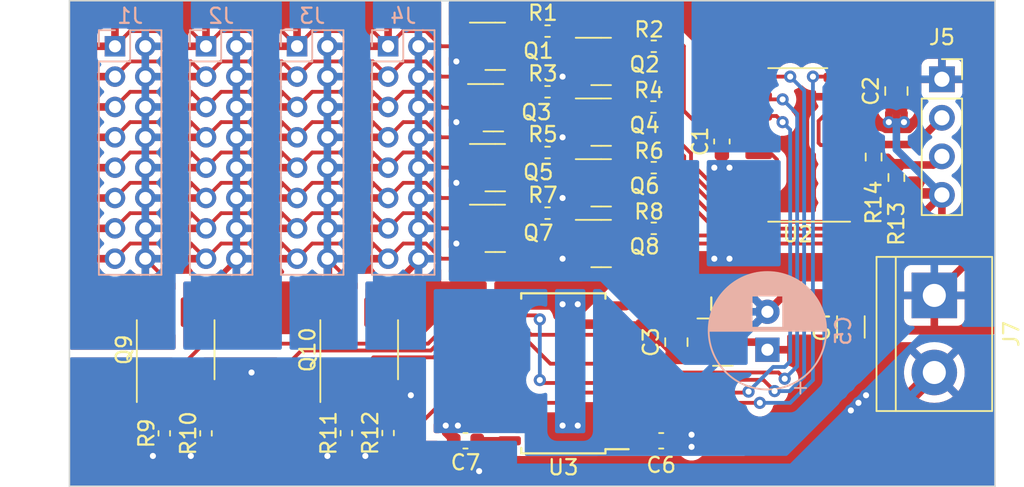
<source format=kicad_pcb>
(kicad_pcb (version 20221018) (generator pcbnew)
  (layers (0 "F.Cu" signal) (31 "B.Cu" signal) (34 "B.Paste" user) (35 "F.Paste" user) (36 "B.SilkS" user "B.Silkscreen") (37 "F.SilkS" user "F.Silkscreen") (38 "B.Mask" user) (39 "F.Mask" user) (44 "Edge.Cuts" user))
  (net 0 "")
  (net 1 "+5V")
  (net 2 "GND")
  (net 3 "+12V")
  (net 4 "/SEG_PD_A")
  (net 5 "Net-(J1-Pin_10)")
  (net 6 "/SEG_PD_B")
  (net 7 "/SEG_PD_C")
  (net 8 "/SEG_PD_D")
  (net 9 "/SEG_PD_E")
  (net 10 "/SEG_PD_F")
  (net 11 "/SEG_PD_G")
  (net 12 "/SEG_PD_DP")
  (net 13 "Net-(J2-Pin_10)")
  (net 14 "Net-(J3-Pin_10)")
  (net 15 "Net-(J4-Pin_10)")
  (net 16 "/SCL")
  (net 17 "/SDA")
  (net 18 "/SEG_E")
  (net 19 "/SEG_F")
  (net 20 "/SEG_G")
  (net 21 "/SEG_DP")
  (net 22 "/DIG_0")
  (net 23 "/DIG_1")
  (net 24 "/DIG_2")
  (net 25 "/DIG_3")
  (net 26 "/SEG_A")
  (net 27 "/SEG_B")
  (net 28 "/SEG_C")
  (net 29 "/SEG_D")
  (net 30 "Net-(Q1-G)")
  (net 31 "Net-(Q2-G)")
  (net 32 "Net-(Q3-G)")
  (net 33 "Net-(Q4-G)")
  (net 34 "Net-(Q5-G)")
  (net 35 "Net-(Q6-G)")
  (net 36 "Net-(Q7-G)")
  (net 37 "Net-(Q8-G)")
  (net 38 "Net-(Q9A-G-Pad2)")
  (net 39 "Net-(Q9B-G-Pad4)")
  (net 40 "Net-(Q10A-G-Pad2)")
  (net 41 "Net-(Q10B-G-Pad4)")
  (net 42 "/DIG_VT_0")
  (net 43 "/DIG_VT_1")
  (net 44 "/DIG_VT_2")
  (net 45 "/DIG_VT_3")
  (footprint "Resistor_SMD:R_0402_1005Metric" (layer "F.Cu") (at 109 128.51 90)
    (fp_text reference "R10")
    (fp_text value "101")
  )
  (footprint "Package_TO_SOT_SMD:SOT-23" (layer "F.Cu") (at 127.9375 107.05)
    (fp_text reference "Q3")
    (fp_text value "Q_NMOS_GSD")
  )
  (footprint "Package_TO_SOT_SMD:SOT-23" (layer "F.Cu") (at 135.0425 104)
    (fp_text reference "Q2")
    (fp_text value "Q_NMOS_GSD")
  )
  (footprint "Resistor_SMD:R_0402_1005Metric" (layer "F.Cu") (at 131.51 106 180)
    (fp_text reference "R3")
    (fp_text value "101")
  )
  (footprint "Package_TO_SOT_SMD:SOT-23" (layer "F.Cu") (at 135.0425 116)
    (fp_text reference "Q8")
    (fp_text value "Q_NMOS_GSD")
  )
  (footprint "Resistor_SMD:R_0402_1005Metric" (layer "F.Cu") (at 138.49 107 180)
    (fp_text reference "R4")
    (fp_text value "101")
  )
  (footprint "Resistor_SMD:R_0402_1005Metric" (layer "F.Cu") (at 118.25 128.5 90)
    (fp_text reference "R11")
    (fp_text value "101")
  )
  (footprint "Resistor_SMD:R_0402_1005Metric" (layer "F.Cu") (at 138.51 103 180)
    (fp_text reference "R2")
    (fp_text value "101")
  )
  (footprint "Package_TO_SOT_SMD:SOT-23" (layer "F.Cu") (at 143.0625 122.5)
    (fp_text reference "U1")
    (fp_text value "SE8550X2-HF")
  )
  (footprint "Package_SO:SO-16_3.9x9.9mm_P1.27mm" (layer "F.Cu") (at 148 109.5 180)
    (fp_text reference "U2")
    (fp_text value "ch422")
  )
  (footprint "TerminalBlock:TerminalBlock_bornier-2_P5.08mm" (layer "F.Cu") (at 157 119.42 -90)
    (fp_text reference "J7")
    (fp_text value "pwr_hdr")
  )
  (footprint "Capacitor_SMD:C_0805_2012Metric" (layer "F.Cu") (at 140 122.5 90)
    (fp_text reference "C3")
    (fp_text value "105")
  )
  (footprint "Resistor_SMD:R_0402_1005Metric" (layer "F.Cu") (at 131.51 110 180)
    (fp_text reference "R5")
    (fp_text value "101")
  )
  (footprint "Resistor_SMD:R_0402_1005Metric" (layer "F.Cu") (at 131.51 102 180)
    (fp_text reference "R1")
    (fp_text value "101")
  )
  (footprint "Connector_PinSocket_2.54mm:PinSocket_1x04_P2.54mm_Vertical" (layer "F.Cu") (at 157.5 105.175)
    (fp_text reference "J5")
    (fp_text value "IIC_Conn")
  )
  (footprint "Capacitor_SMD:C_0603_1608Metric" (layer "F.Cu") (at 139 129)
    (fp_text reference "C6")
    (fp_text value "104")
  )
  (footprint "Resistor_SMD:R_0402_1005Metric" (layer "F.Cu") (at 121 128.49 90)
    (fp_text reference "R12")
    (fp_text value "101")
  )
  (footprint "Resistor_SMD:R_0402_1005Metric" (layer "F.Cu") (at 106.25 128.51 90)
    (fp_text reference "R9")
    (fp_text value "101")
  )
  (footprint "Package_SO:SOIC-16W_5.3x10.2mm_P1.27mm" (layer "F.Cu") (at 132.55 124.555 180)
    (fp_text reference "U3")
    (fp_text value "CD40109B")
  )
  (footprint "Resistor_SMD:R_0402_1005Metric" (layer "F.Cu") (at 138.51 111 180)
    (fp_text reference "R6")
    (fp_text value "101")
  )
  (footprint "Package_SO:SOIC-8_3.9x4.9mm_P1.27mm" (layer "F.Cu") (at 119.095 123 90)
    (fp_text reference "Q10")
    (fp_text value "AO4803A")
  )
  (footprint "Package_TO_SOT_SMD:SOT-23" (layer "F.Cu") (at 128.0625 111)
    (fp_text reference "Q5")
    (fp_text value "Q_NMOS_GSD")
  )
  (footprint "Resistor_SMD:R_0603_1608Metric" (layer "F.Cu") (at 153 110.3 90)
    (fp_text reference "R14")
    (fp_text value "103")
  )
  (footprint "Resistor_SMD:R_0402_1005Metric" (layer "F.Cu") (at 138.51 115 180)
    (fp_text reference "R8")
    (fp_text value "101")
  )
  (footprint "Package_TO_SOT_SMD:SOT-23" (layer "F.Cu") (at 135.0425 108)
    (fp_text reference "Q4")
    (fp_text value "Q_NMOS_GSD")
  )
  (footprint "Package_TO_SOT_SMD:SOT-23" (layer "F.Cu") (at 128.0625 103)
    (fp_text reference "Q1")
    (fp_text value "Q_NMOS_GSD")
  )
  (footprint "Package_TO_SOT_SMD:SOT-23" (layer "F.Cu") (at 128.0625 115)
    (fp_text reference "Q7")
    (fp_text value "Q_NMOS_GSD")
  )
  (footprint "Resistor_SMD:R_0402_1005Metric" (layer "F.Cu") (at 131.51 114 180)
    (fp_text reference "R7")
    (fp_text value "101")
  )
  (footprint "Package_TO_SOT_SMD:SOT-23" (layer "F.Cu") (at 135.0425 112)
    (fp_text reference "Q6")
    (fp_text value "Q_NMOS_GSD")
  )
  (footprint "Package_SO:SOIC-8_3.9x4.9mm_P1.27mm" (layer "F.Cu") (at 107 123 90)
    (fp_text reference "Q9")
    (fp_text value "AO4803A")
  )
  (footprint "Capacitor_SMD:C_0603_1608Metric" (layer "F.Cu") (at 143 109.275 90)
    (fp_text reference "C1")
    (fp_text value "104")
  )
  (footprint "Capacitor_SMD:C_0805_2012Metric" (layer "F.Cu") (at 154.5 105.95 90)
    (fp_text reference "C2")
    (fp_text value "105")
  )
  (footprint "Capacitor_SMD:C_0603_1608Metric" (layer "F.Cu") (at 126.1 129 180)
    (fp_text reference "C7")
    (fp_text value "104")
  )
  (footprint "Resistor_SMD:R_0603_1608Metric" (layer "F.Cu") (at 154.5 111.65 90)
    (fp_text reference "R13")
    (fp_text value "103")
  )
  (footprint "Capacitor_SMD:C_1206_3216Metric" (layer "F.Cu") (at 151.5 121.5 90)
    (fp_text reference "C4")
    (fp_text value "106")
  )
  (footprint "Connector_PinSocket_2.00mm:PinSocket_2x08_P2.00mm_Vertical" (layer "B.Cu") (at 121 103 180)
    (fp_text reference "J4")
    (fp_text value "Conn_02x08_Odd_Even")
  )
  (footprint "Connector_PinSocket_2.00mm:PinSocket_2x08_P2.00mm_Vertical" (layer "B.Cu") (at 103 103 180)
    (fp_text reference "J1")
    (fp_text value "Conn_02x08_Odd_Even")
  )
  (footprint "Capacitor_THT:CP_Radial_D7.5mm_P2.50mm" (layer "B.Cu") (at 146 123 90)
    (fp_text reference "C5")
    (fp_text value "477")
  )
  (footprint "Connector_PinSocket_2.00mm:PinSocket_2x08_P2.00mm_Vertical" (layer "B.Cu") (at 109 103 180)
    (fp_text reference "J2")
    (fp_text value "Conn_02x08_Odd_Even")
  )
  (footprint "Connector_PinSocket_2.00mm:PinSocket_2x08_P2.00mm_Vertical" (layer "B.Cu") (at 115 103 180)
    (fp_text reference "J3")
    (fp_text value "Conn_02x08_Odd_Even")
  )
  (gr_line (start 100 100) (end 100 132) (stroke (width 0.1)) (layer "Edge.Cuts"))
  (gr_line (start 161 132) (end 161 100) (stroke (width 0.1)) (layer "Edge.Cuts"))
  (gr_line (start 100 132) (end 161 132) (stroke (width 0.1)) (layer "Edge.Cuts"))
  (gr_line (start 161 100) (end 100 100) (stroke (width 0.1)) (layer "Edge.Cuts"))
  (segment (start 152.795 117.5) (end 143 117.5) (width 0.5) (layer "F.Cu") (net 1))
  (segment (start 143 110.5) (end 142.5 111) (width 0.5) (layer "F.Cu") (net 1))
  (segment (start 142.125 123.45) (end 140 123.45) (width 0.5) (layer "F.Cu") (net 1))
  (segment (start 142.5 117) (end 143.5 117) (width 1) (layer "F.Cu") (net 1))
  (segment (start 132.51 120.49) (end 132.500004 120.480004) (width 0.5) (layer "F.Cu") (net 1))
  (segment (start 155 108) (end 155 107.4) (width 0.5) (layer "F.Cu") (net 1))
  (segment (start 143 110.5) (end 143.5 111) (width 0.5) (layer "F.Cu") (net 1))
  (segment (start 136 117) (end 133.500002 119.499998) (width 1) (layer "F.Cu") (net 1))
  (segment (start 157.5 112.795) (end 152.795 117.5) (width 0.5) (layer "F.Cu") (net 1))
  (segment (start 143.905 111.405) (end 143.5 111) (width 0.5) (layer "F.Cu") (net 1))
  (segment (start 136.1 129) (end 136.1 127.73) (width 0.5) (layer "F.Cu") (net 1))
  (segment (start 142.5 117) (end 136 117) (width 1) (layer "F.Cu") (net 1))
  (segment (start 154.35 112.475) (end 153 111.125) (width 0.4) (layer "F.Cu") (net 1))
  (segment (start 132.23 127.73) (end 132.500007 128.000007) (width 0.5) (layer "F.Cu") (net 1))
  (segment (start 155 107.4) (end 154.5 106.9) (width 0.5) (layer "F.Cu") (net 1))
  (segment (start 142.5 118) (end 142.5 118) (width 1) (layer "F.Cu") (net 1))
  (segment (start 145.425 111.405) (end 143.905 111.405) (width 0.5) (layer "F.Cu") (net 1))
  (segment (start 132.999998 120.000002) (end 133.500002 120.000002) (width 1) (layer "F.Cu") (net 1))
  (segment (start 136.1 127.73) (end 133.77001 127.73) (width 0.5) (layer "F.Cu") (net 1))
  (segment (start 133.500002 119.499998) (end 133.500002 120.000002) (width 1) (layer "F.Cu") (net 1))
  (segment (start 140 123.45) (end 137.93 121.38) (width 0.5) (layer "F.Cu") (net 1))
  (segment (start 132.500004 120.480004) (end 132.500004 120.000004) (width 0.5) (layer "F.Cu") (net 1))
  (segment (start 157.18 112.475) (end 157.5 112.795) (width 0.25) (layer "F.Cu") (net 1))
  (segment (start 132.390008 120.11) (end 132.500004 120.000004) (width 0.5) (layer "F.Cu") (net 1))
  (segment (start 133.4 121.38) (end 132.51 120.49) (width 0.5) (layer "F.Cu") (net 1))
  (segment (start 143.5 111) (end 142.5 111) (width 0.5) (layer "F.Cu") (net 1))
  (segment (start 132.500014 128) (end 132.500007 128.000007) (width 0.5) (layer "F.Cu") (net 1))
  (segment (start 136.1 121.38) (end 133.4 121.38) (width 0.5) (layer "F.Cu") (net 1))
  (segment (start 133.77001 127.73) (end 133.50001 128) (width 0.5) (layer "F.Cu") (net 1))
  (segment (start 136.1 129) (end 138.225 129) (width 0.5) (layer "F.Cu") (net 1))
  (segment (start 137.93 121.38) (end 136.1 121.38) (width 0.5) (layer "F.Cu") (net 1))
  (segment (start 129 120.11) (end 132.390008 120.11) (width 0.5) (layer "F.Cu") (net 1))
  (segment (start 154.5 112.475) (end 157.18 112.475) (width 0.25) (layer "F.Cu") (net 1))
  (segment (start 143.5 117) (end 143 117.5) (width 1) (layer "F.Cu") (net 1))
  (segment (start 154.5 112.475) (end 154.35 112.475) (width 0.25) (layer "F.Cu") (net 1))
  (segment (start 133.50001 128) (end 132.500014 128) (width 0.5) (layer "F.Cu") (net 1))
  (segment (start 154 108) (end 154 107.4) (width 0.5) (layer "F.Cu") (net 1))
  (segment (start 132.51 120.49) (end 132.999998 120.000002) (width 1) (layer "F.Cu") (net 1))
  (segment (start 129 127.73) (end 132.23 127.73) (width 0.5) (layer "F.Cu") (net 1))
  (segment (start 143 110.05) (end 143 110.5) (width 0.5) (layer "F.Cu") (net 1))
  (segment (start 154 108) (end 155 108) (width 0.5) (layer "F.Cu") (net 1))
  (segment (start 154 107.4) (end 154.5 106.9) (width 0.5) (layer "F.Cu") (net 1))
  (via (at 155 108) (size 0.8) (drill 0.4) (layers "F.Cu" "B.Cu") (net 1))
  (via (at 132.500007 128.000007) (size 0.8) (drill 0.4) (layers "F.Cu" "B.Cu") (net 1))
  (via (at 142.5 117) (size 0.8) (drill 0.4) (layers "F.Cu" "B.Cu") (net 1))
  (via (at 133.50001 128) (size 0.8) (drill 0.4) (layers "F.Cu" "B.Cu") (net 1))
  (via (at 143.5 117) (size 0.8) (drill 0.4) (layers "F.Cu" "B.Cu") (net 1))
  (via (at 132.500004 120.000004) (size 0.8) (drill 0.4) (layers "F.Cu" "B.Cu") (net 1))
  (via (at 154 108) (size 0.8) (drill 0.4) (layers "F.Cu" "B.Cu") (net 1))
  (via (at 143.5 111) (size 0.8) (drill 0.4) (layers "F.Cu" "B.Cu") (net 1))
  (via (at 142.5 111) (size 0.8) (drill 0.4) (layers "F.Cu" "B.Cu") (net 1))
  (via (at 133.500002 120.000002) (size 0.8) (drill 0.4) (layers "F.Cu" "B.Cu") (net 1))
  (segment (start 142.5 111) (end 142.5 117) (width 1) (layer "B.Cu") (net 1))
  (segment (start 143.5 117) (end 143.5 111) (width 1) (layer "B.Cu") (net 1))
  (segment (start 157.5 112.795) (end 154.5 109.795) (width 0.5) (layer "B.Cu") (net 1))
  (segment (start 154.5 109.795) (end 154.5 108) (width 0.5) (layer "B.Cu") (net 1))
  (segment (start 132.5 120) (end 132.5 128) (width 1) (layer "B.Cu") (net 1))
  (segment (start 154.5 108) (end 155 108) (width 0.5) (layer "B.Cu") (net 1))
  (segment (start 154.5 108) (end 154 108) (width 0.5) (layer "B.Cu") (net 1))
  (segment (start 133.5 128) (end 133.5 120) (width 1) (layer "B.Cu") (net 1))
  (segment (start 127 108) (end 125.5 108) (width 0.25) (layer "F.Cu") (net 2))
  (segment (start 141 129.4) (end 141 128.6) (width 0.5) (layer "F.Cu") (net 2))
  (segment (start 157 119.42) (end 160 116.42) (width 0.5) (layer "F.Cu") (net 2))
  (segment (start 142.125 121.55) (end 140 121.55) (width 0.5) (layer "F.Cu") (net 2))
  (segment (start 142.125 121.55) (end 144.95 121.55) (width 0.5) (layer "F.Cu") (net 2))
  (segment (start 159.175 105.175) (end 157.5 105.175) (width 0.5) (layer "F.Cu") (net 2))
  (segment (start 143 108.5) (end 141.9 107.4) (width 0.25) (layer "F.Cu") (net 2))
  (segment (start 124.8 128.475) (end 125.325 129) (width 0.5) (layer "F.Cu") (net 2))
  (segment (start 125.55 103.95) (end 125.5 104) (width 0.25) (layer "F.Cu") (net 2))
  (segment (start 134.105 112.95) (end 132.55 112.95) (width 0.25) (layer "F.Cu") (net 2))
  (segment (start 125.55 115.95) (end 125.5 116) (width 0.25) (layer "F.Cu") (net 2))
  (segment (start 139.775 129) (end 141 129) (width 0.5) (layer "F.Cu") (net 2))
  (segment (start 125.325 128.275) (end 125.6 128) (width 0.5) (layer "F.Cu") (net 2))
  (segment (start 143 108.5) (end 143.9 107.6) (width 0.25) (layer "F.Cu") (net 2))
  (segment (start 125.55 111.95) (end 125.5 112) (width 0.25) (layer "F.Cu") (net 2))
  (segment (start 132.55 104.95) (end 132.5 105) (width 0.25) (layer "F.Cu") (net 2))
  (segment (start 132.55 112.95) (end 132.5 113) (width 0.25) (layer "F.Cu") (net 2))
  (segment (start 132.55 108.95) (end 132.5 109) (width 0.25) (layer "F.Cu") (net 2))
  (segment (start 124.8 128) (end 124.8 128.475) (width 0.5) (layer "F.Cu") (net 2))
  (segment (start 138.56 120.11) (end 136.1 120.11) (width 0.5) (layer "F.Cu") (net 2))
  (segment (start 127.125 103.95) (end 125.55 103.95) (width 0.25) (layer "F.Cu") (net 2))
  (segment (start 144.95 121.55) (end 146 120.5) (width 0.5) (layer "F.Cu") (net 2))
  (segment (start 127.125 115.95) (end 125.55 115.95) (width 0.25) (layer "F.Cu") (net 2))
  (segment (start 134.105 104.95) (end 132.55 104.95) (width 0.25) (layer "F.Cu") (net 2))
  (segment (start 154.5 105) (end 153.5 105) (width 0.5) (layer "F.Cu") (net 2))
  (segment (start 140 121.55) (end 138.56 120.11) (width 0.5) (layer "F.Cu") (net 2))
  (segment (start 134.105 116.95) (end 132.55 116.95) (width 0.25) (layer "F.Cu") (net 2))
  (segment (start 153.5 105) (end 152.175 106.325) (width 0.5) (layer "F.Cu") (net 2))
  (segment (start 125.6 128) (end 124.8 128) (width 0.5) (layer "F.Cu") (net 2))
  (segment (start 152.175 106.325) (end 150.575 106.325) (width 0.5) (layer "F.Cu") (net 2))
  (segment (start 160 116.42) (end 160 106) (width 0.5) (layer "F.Cu") (net 2))
  (segment (start 134.105 108.95) (end 132.55 108.95) (width 0.25) (layer "F.Cu") (net 2))
  (segment (start 132.55 116.95) (end 132.5 117) (width 0.25) (layer "F.Cu") (net 2))
  (segment (start 154.675 105.175) (end 154.5 105) (width 0.5) (layer "F.Cu") (net 2))
  (segment (start 143.9 107.6) (end 143.9 107.4) (width 0.25) (layer "F.Cu") (net 2))
  (segment (start 160 106) (end 159.175 105.175) (width 0.5) (layer "F.Cu") (net 2))
  (segment (start 157.5 105.175) (end 154.675 105.175) (width 0.5) (layer "F.Cu") (net 2))
  (segment (start 127.125 111.95) (end 125.55 111.95) (width 0.25) (layer "F.Cu") (net 2))
  (segment (start 125.325 129) (end 125.325 128.275) (width 0.5) (layer "F.Cu") (net 2))
  (via (at 141 128.6) (size 0.8) (drill 0.4) (layers "F.Cu" "B.Cu") (net 2))
  (via (at 125.5 108) (size 0.8) (drill 0.4) (layers "F.Cu" "B.Cu") (net 2))
  (via (at 132.5 113) (size 0.8) (drill 0.4) (layers "F.Cu" "B.Cu") (net 2))
  (via (at 125.5 104) (size 0.8) (drill 0.4) (layers "F.Cu" "B.Cu") (net 2))
  (via (at 132.5 109) (size 0.8) (drill 0.4) (layers "F.Cu" "B.Cu") (net 2))
  (via (at 132.5 117) (size 0.8) (drill 0.4) (layers "F.Cu" "B.Cu") (net 2))
  (via (at 125.6 128) (size 0.8) (drill 0.4) (layers "F.Cu" "B.Cu") (net 2))
  (via (at 124.8 128) (size 0.8) (drill 0.4) (layers "F.Cu" "B.Cu") (net 2))
  (via (at 132.5 105) (size 0.8) (drill 0.4) (layers "F.Cu" "B.Cu") (net 2))
  (via (at 125.5 112) (size 0.8) (drill 0.4) (layers "F.Cu" "B.Cu") (net 2))
  (via (at 125.5 116) (size 0.8) (drill 0.4) (layers "F.Cu" "B.Cu") (net 2))
  (via (at 141 129.4) (size 0.8) (drill 0.4) (layers "F.Cu" "B.Cu") (net 2))
  (segment (start 125.5 108) (end 125.5 104) (width 0.5) (layer "B.Cu") (net 2))
  (segment (start 126.5 117) (end 125.5 116) (width 0.5) (layer "B.Cu") (net 2))
  (segment (start 125.5 112) (end 125.5 108) (width 0.5) (layer "B.Cu") (net 2))
  (segment (start 132.5 117) (end 132.5 113) (width 0.5) (layer "B.Cu") (net 2))
  (segment (start 125.5 116) (end 125.5 112) (width 0.5) (layer "B.Cu") (net 2))
  (segment (start 132.5 109) (end 132.5 105) (width 0.5) (layer "B.Cu") (net 2))
  (segment (start 138.5 117) (end 132.5 117) (width 0.5) (layer "B.Cu") (net 2))
  (segment (start 141 128.6) (end 141 125.5) (width 0.5) (layer "B.Cu") (net 2))
  (segment (start 132.5 117) (end 126.5 117) (width 0.5) (layer "B.Cu") (net 2))
  (segment (start 141 125.5) (end 146 120.5) (width 0.5) (layer "B.Cu") (net 2))
  (segment (start 142 120.5) (end 138.5 117) (width 0.5) (layer "B.Cu") (net 2))
  (segment (start 146 120.5) (end 142 120.5) (width 0.5) (layer "B.Cu") (net 2))
  (segment (start 132.5 113) (end 132.5 109) (width 0.5) (layer "B.Cu") (net 2))
  (segment (start 119.73 129.77) (end 119.5 130) (width 0.5) (layer "F.Cu") (net 3))
  (segment (start 107.635 129.635) (end 108 130) (width 0.5) (layer "F.Cu") (net 3))
  (segment (start 117.4 131) (end 107.6 131) (width 1) (layer "F.Cu") (net 3))
  (segment (start 119.8 131) (end 117.4 131) (width 1) (layer "F.Cu") (net 3))
  (segment (start 150.5 131) (end 127 131) (width 1) (layer "F.Cu") (net 3))
  (segment (start 119.73 125.475) (end 119.73 129.77) (width 0.5) (layer "F.Cu") (net 3))
  (segment (start 105.095 129.405) (end 105 129.5) (width 0.5) (layer "F.Cu") (net 3))
  (segment (start 119.73 130.23) (end 119.73 130.93) (width 0.5) (layer "F.Cu") (net 3))
  (segment (start 107.635 130.365) (end 107.635 130.965) (width 0.5) (layer "F.Cu") (net 3))
  (segment (start 117.19 125.475) (end 117.19 129.81) (width 0.5) (layer "F.Cu") (net 3))
  (segment (start 145.5 122.5) (end 146 123) (width 0.5) (layer "F.Cu") (net 3))
  (segment (start 127 131) (end 119.8 131) (width 1) (layer "F.Cu") (net 3))
  (segment (start 105.5 130) (end 105.095 130.295) (width 0.5) (layer "F.Cu") (net 3))
  (segment (start 117.19 129.81) (end 117 130) (width 0.5) (layer "F.Cu") (net 3))
  (segment (start 119.73 130.93) (end 119.8 131) (width 0.5) (layer "F.Cu") (net 3))
  (segment (start 129 129) (end 126.875 129) (width 0.5) (layer "F.Cu") (net 3))
  (segment (start 117 130) (end 117.19 130.19) (width 0.5) (layer "F.Cu") (net 3))
  (segment (start 105.8 131) (end 106.5 131) (width 0.5) (layer "F.Cu") (net 3))
  (segment (start 117.19 130.19) (end 117.19 130.79) (width 0.5) (layer "F.Cu") (net 3))
  (segment (start 157 124.5) (end 150.5 131) (width 1) (layer "F.Cu") (net 3))
  (segment (start 126.875 129) (end 126.875 130.875) (width 0.5) (layer "F.Cu") (net 3))
  (segment (start 105 129.5) (end 105.5 130) (width 0.5) (layer "F.Cu") (net 3))
  (segment (start 105.095 130.295) (end 105.8 131) (width 0.5) (layer "F.Cu") (net 3))
  (segment (start 108 130) (end 107.635 130.365) (width 0.5) (layer "F.Cu") (net 3))
  (segment (start 119.5 130) (end 119.73 130.23) (width 0.5) (layer "F.Cu") (net 3))
  (segment (start 144 122.5) (end 145.5 122.5) (width 0.5) (layer "F.Cu") (net 3))
  (segment (start 107.635 125.475) (end 107.635 129.635) (width 0.5) (layer "F.Cu") (net 3))
  (segment (start 126.875 130.875) (end 127 131) (width 0.5) (layer "F.Cu") (net 3))
  (segment (start 107.635 130.965) (end 107.6 131) (width 0.5) (layer "F.Cu") (net 3))
  (segment (start 107.6 131) (end 106.5 131) (width 1) (layer "F.Cu") (net 3))
  (segment (start 117.19 130.79) (end 117.4 131) (width 0.5) (layer "F.Cu") (net 3))
  (segment (start 105.095 125.475) (end 105.095 129.405) (width 0.5) (layer "F.Cu") (net 3))
  (via (at 119.5 130) (size 0.8) (drill 0.4) (layers "F.Cu" "B.Cu") (net 3))
  (via (at 117 130) (size 0.8) (drill 0.4) (layers "F.Cu" "B.Cu") (net 3))
  (via (at 105.5 130) (size 0.8) (drill 0.4) (layers "F.Cu" "B.Cu") (net 3))
  (via (at 151.5 127) (size 0.8) (drill 0.4) (layers "F.Cu" "B.Cu") (net 3))
  (via (at 152 126.5) (size 0.8) (drill 0.4) (layers "F.Cu" "B.Cu") (net 3))
  (via (at 152.5 126) (size 0.8) (drill 0.4) (layers "F.Cu" "B.Cu") (net 3))
  (via (at 122.5 126) (size 0.8) (drill 0.4) (layers "F.Cu" "B.Cu") (net 3))
  (via (at 108 130) (size 0.8) (drill 0.4) (layers "F.Cu" "B.Cu") (net 3))
  (via (at 112 124.5) (size 0.8) (drill 0.4) (layers "F.Cu" "B.Cu") (net 3))
  (via (at 127 131) (size 0.8) (drill 0.4) (layers "F.Cu" "B.Cu") (net 3))
  (segment (start 108 102) (end 109 103) (width 0.25) (layer "F.Cu") (net 4))
  (segment (start 103 103) (end 104 102) (width 0.25) (layer "F.Cu") (net 4))
  (segment (start 123.5 102) (end 124.5 103) (width 0.25) (layer "F.Cu") (net 4))
  (segment (start 114 102) (end 115 103) (width 0.25) (layer "F.Cu") (net 4))
  (segment (start 109 103) (end 110 102) (width 0.25) (layer "F.Cu") (net 4))
  (segment (start 121 103) (end 122 102) (width 0.25) (layer "F.Cu") (net 4))
  (segment (start 110 102) (end 114 102) (width 0.25) (layer "F.Cu") (net 4))
  (segment (start 120 102) (end 121 103) (width 0.25) (layer "F.Cu") (net 4))
  (segment (start 104 102) (end 108 102) (width 0.25) (layer "F.Cu") (net 4))
  (segment (start 116 102) (end 120 102) (width 0.25) (layer "F.Cu") (net 4))
  (segment (start 124.5 103) (end 129 103) (width 0.25) (layer "F.Cu") (net 4))
  (segment (start 122 102) (end 123.5 102) (width 0.25) (layer "F.Cu") (net 4))
  (segment (start 115 103) (end 116 102) (width 0.25) (layer "F.Cu") (net 4))
  (segment (start 106.365 120.525) (end 106.365 118.365) (width 0.25) (layer "F.Cu") (net 5))
  (segment (start 105.095 120.525) (end 105.095 117.095) (width 0.25) (layer "F.Cu") (net 5))
  (segment (start 106.365 118.365) (end 105 117) (width 0.25) (layer "F.Cu") (net 5))
  (segment (start 105.095 117.095) (end 105 117) (width 0.25) (layer "F.Cu") (net 5))
  (segment (start 105 113) (end 105 115) (width 0.25) (layer "B.Cu") (net 5))
  (segment (start 105 115) (end 105 117) (width 0.25) (layer "B.Cu") (net 5))
  (segment (start 105 103) (end 105 105) (width 0.25) (layer "B.Cu") (net 5))
  (segment (start 105 109) (end 105 111) (width 0.25) (layer "B.Cu") (net 5))
  (segment (start 105 105) (end 105 107) (width 0.25) (layer "B.Cu") (net 5))
  (segment (start 105 107) (end 105 109) (width 0.25) (layer "B.Cu") (net 5))
  (segment (start 105 111) (end 105 113) (width 0.25) (layer "B.Cu") (net 5))
  (segment (start 110 104) (end 109 105) (width 0.25) (layer "F.Cu") (net 6))
  (segment (start 104 104) (end 103 105) (width 0.25) (layer "F.Cu") (net 6))
  (segment (start 122 104) (end 123.5 104) (width 0.25) (layer "F.Cu") (net 6))
  (segment (start 123.5 104) (end 124.5 105) (width 0.25) (layer "F.Cu") (net 6))
  (segment (start 121 105) (end 120 104) (width 0.25) (layer "F.Cu") (net 6))
  (segment (start 115 105) (end 114 104) (width 0.25) (layer "F.Cu") (net 6))
  (segment (start 131.5 104) (end 135.98 104) (width 0.25) (layer "F.Cu") (net 6))
  (segment (start 114 104) (end 110 104) (width 0.25) (layer "F.Cu") (net 6))
  (segment (start 116 104) (end 115 105) (width 0.25) (layer "F.Cu") (net 6))
  (segment (start 109 105) (end 108 104) (width 0.25) (layer "F.Cu") (net 6))
  (segment (start 121 105) (end 122 104) (width 0.25) (layer "F.Cu") (net 6))
  (segment (start 108 104) (end 104 104) (width 0.25) (layer "F.Cu") (net 6))
  (segment (start 124.5 105) (end 130.5 105) (width 0.25) (layer "F.Cu") (net 6))
  (segment (start 130.5 105) (end 131.5 104) (width 0.25) (layer "F.Cu") (net 6))
  (segment (start 120 104) (end 116 104) (width 0.25) (layer "F.Cu") (net 6))
  (segment (start 104 106) (end 103 107) (width 0.25) (layer "F.Cu") (net 7))
  (segment (start 123.5 106) (end 122 106) (width 0.25) (layer "F.Cu") (net 7))
  (segment (start 110 106) (end 109 107) (width 0.25) (layer "F.Cu") (net 7))
  (segment (start 120 106) (end 116 106) (width 0.25) (layer "F.Cu") (net 7))
  (segment (start 114 106) (end 110 106) (width 0.25) (layer "F.Cu") (net 7))
  (segment (start 122 106) (end 121 107) (width 0.25) (layer "F.Cu") (net 7))
  (segment (start 108 106) (end 104 106) (width 0.25) (layer "F.Cu") (net 7))
  (segment (start 121 107) (end 120 106) (width 0.25) (layer "F.Cu") (net 7))
  (segment (start 124.55 107.05) (end 123.5 106) (width 0.25) (layer "F.Cu") (net 7))
  (segment (start 128.875 107.05) (end 124.55 107.05) (width 0.25) (layer "F.Cu") (net 7))
  (segment (start 115 107) (end 114 106) (width 0.25) (layer "F.Cu") (net 7))
  (segment (start 109 107) (end 108 106) (width 0.25) (layer "F.Cu") (net 7))
  (segment (start 116 106) (end 115 107) (width 0.25) (layer "F.Cu") (net 7))
  (segment (start 135.98 108) (end 131.5 108) (width 0.25) (layer "F.Cu") (net 8))
  (segment (start 130.5 109) (end 124.5 109) (width 0.25) (layer "F.Cu") (net 8))
  (segment (start 120 108) (end 116 108) (width 0.25) (layer "F.Cu") (net 8))
  (segment (start 121 109) (end 120 108) (width 0.25) (layer "F.Cu") (net 8))
  (segment (start 124.5 109) (end 123.5 108) (width 0.25) (layer "F.Cu") (net 8))
  (segment (start 109 109) (end 108 108) (width 0.25) (layer "F.Cu") (net 8))
  (segment (start 116 108) (end 115 109) (width 0.25) (layer "F.Cu") (net 8))
  (segment (start 131.5 108) (end 130.5 109) (width 0.25) (layer "F.Cu") (net 8))
  (segment (start 114 108) (end 110 108) (width 0.25) (layer "F.Cu") (net 8))
  (segment (start 122 108) (end 121 109) (width 0.25) (layer "F.Cu") (net 8))
  (segment (start 110 108) (end 109 109) (width 0.25) (layer "F.Cu") (net 8))
  (segment (start 123.5 108) (end 122 108) (width 0.25) (layer "F.Cu") (net 8))
  (segment (start 104 108) (end 103 109) (width 0.25) (layer "F.Cu") (net 8))
  (segment (start 115 109) (end 114 108) (width 0.25) (layer "F.Cu") (net 8))
  (segment (start 108 108) (end 104 108) (width 0.25) (layer "F.Cu") (net 8))
  (segment (start 110 110) (end 109 111) (width 0.25) (layer "F.Cu") (net 9))
  (segment (start 114 110) (end 110 110) (width 0.25) (layer "F.Cu") (net 9))
  (segment (start 122 110) (end 121 111) (width 0.25) (layer "F.Cu") (net 9))
  (segment (start 120 110) (end 116 110) (width 0.25) (layer "F.Cu") (net 9))
  (segment (start 129 111) (end 124.5 111) (width 0.25) (layer "F.Cu") (net 9))
  (segment (start 124.5 111) (end 123.5 110) (width 0.25) (layer "F.Cu") (net 9))
  (segment (start 123.5 110) (end 122 110) (width 0.25) (layer "F.Cu") (net 9))
  (segment (start 121 111) (end 120 110) (width 0.25) (layer "F.Cu") (net 9))
  (segment (start 116 110) (end 115 111) (width 0.25) (layer "F.Cu") (net 9))
  (segment (start 115 111) (end 114 110) (width 0.25) (layer "F.Cu") (net 9))
  (segment (start 104 110) (end 103 111) (width 0.25) (layer "F.Cu") (net 9))
  (segment (start 109 111) (end 108 110) (width 0.25) (layer "F.Cu") (net 9))
  (segment (start 108 110) (end 104 110) (width 0.25) (layer "F.Cu") (net 9))
  (segment (start 131.5 112) (end 130.5 113) (width 0.25) (layer "F.Cu") (net 10))
  (segment (start 124.5 113) (end 123.5 112) (width 0.25) (layer "F.Cu") (net 10))
  (segment (start 115 113) (end 114 112) (width 0.25) (layer "F.Cu") (net 10))
  (segment (start 104 112) (end 103 113) (width 0.25) (layer "F.Cu") (net 10))
  (segment (start 120 112) (end 116 112) (width 0.25) (layer "F.Cu") (net 10))
  (segment (start 121 113) (end 120 112) (width 0.25) (layer "F.Cu") (net 10))
  (segment (start 122 112) (end 121 113) (width 0.25) (layer "F.Cu") (net 10))
  (segment (start 123.5 112) (end 122 112) (width 0.25) (layer "F.Cu") (net 10))
  (segment (start 110 112) (end 109 113) (width 0.25) (layer "F.Cu") (net 10))
  (segment (start 135.98 112) (end 131.5 112) (width 0.25) (layer "F.Cu") (net 10))
  (segment (start 116 112) (end 115 113) (width 0.25) (layer "F.Cu") (net 10))
  (segment (start 108 112) (end 104 112) (width 0.25) (layer "F.Cu") (net 10))
  (segment (start 109 113) (end 108 112) (width 0.25) (layer "F.Cu") (net 10))
  (segment (start 114 112) (end 110 112) (width 0.25) (layer "F.Cu") (net 10))
  (segment (start 130.5 113) (end 124.5 113) (width 0.25) (layer "F.Cu") (net 10))
  (segment (start 115 115) (end 114 114) (width 0.25) (layer "F.Cu") (net 11))
  (segment (start 122 114) (end 121 115) (width 0.25) (layer "F.Cu") (net 11))
  (segment (start 114 114) (end 110 114) (width 0.25) (layer "F.Cu") (net 11))
  (segment (start 108 114) (end 104 114) (width 0.25) (layer "F.Cu") (net 11))
  (segment (start 124.5 115) (end 123.5 114) (width 0.25) (layer "F.Cu") (net 11))
  (segment (start 129 115) (end 124.5 115) (width 0.25) (layer "F.Cu") (net 11))
  (segment (start 120 114) (end 116 114) (width 0.25) (layer "F.Cu") (net 11))
  (segment (start 104 114) (end 103 115) (width 0.25) (layer "F.Cu") (net 11))
  (segment (start 123.5 114) (end 122 114) (width 0.25) (layer "F.Cu") (net 11))
  (segment (start 116 114) (end 115 115) (width 0.25) (layer "F.Cu") (net 11))
  (segment (start 121 115) (end 120 114) (width 0.25) (layer "F.Cu") (net 11))
  (segment (start 109 115) (end 108 114) (width 0.25) (layer "F.Cu") (net 11))
  (segment (start 110 114) (end 109 115) (width 0.25) (layer "F.Cu") (net 11))
  (segment (start 122 116) (end 121 117) (width 0.25) (layer "F.Cu") (net 12))
  (segment (start 123.5 116) (end 122 116) (width 0.25) (layer "F.Cu") (net 12))
  (segment (start 135.98 116) (end 131.5 116) (width 0.25) (layer "F.Cu") (net 12))
  (segment (start 104 116) (end 103 117) (width 0.25) (layer "F.Cu") (net 12))
  (segment (start 124.5 117) (end 123.5 116) (width 0.25) (layer "F.Cu") (net 12))
  (segment (start 116 116) (end 115 117) (width 0.25) (layer "F.Cu") (net 12))
  (segment (start 120 116) (end 116 116) (width 0.25) (layer "F.Cu") (net 12))
  (segment (start 131.5 116) (end 130.5 117) (width 0.25) (layer "F.Cu") (net 12))
  (segment (start 115 117) (end 114 116) (width 0.25) (layer "F.Cu") (net 12))
  (segment (start 130.5 117) (end 124.5 117) (width 0.25) (layer "F.Cu") (net 12))
  (segment (start 121 117) (end 120 116) (width 0.25) (layer "F.Cu") (net 12))
  (segment (start 110 116) (end 109 117) (width 0.25) (layer "F.Cu") (net 12))
  (segment (start 108 116) (end 104 116) (width 0.25) (layer "F.Cu") (net 12))
  (segment (start 114 116) (end 110 116) (width 0.25) (layer "F.Cu") (net 12))
  (segment (start 109 117) (end 108 116) (width 0.25) (layer "F.Cu") (net 12))
  (segment (start 111 117.16) (end 111 117) (width 0.25) (layer "F.Cu") (net 13))
  (segment (start 107.635 120.525) (end 111 117.16) (width 0.25) (layer "F.Cu") (net 13))
  (segment (start 108.905 120.525) (end 108.905 119.095) (width 0.25) (layer "F.Cu") (net 13))
  (segment (start 108.905 119.095) (end 111 117) (width 0.25) (layer "F.Cu") (net 13))
  (segment (start 111 105) (end 111 107) (width 0.25) (layer "B.Cu") (net 13))
  (segment (start 111 115) (end 111 113) (width 0.25) (layer "B.Cu") (net 13))
  (segment (start 111 111) (end 111 109) (width 0.25) (layer "B.Cu") (net 13))
  (segment (start 111 113) (end 111 111) (width 0.25) (layer "B.Cu") (net 13))
  (segment (start 111 103) (end 111 105) (width 0.25) (layer "B.Cu") (net 13))
  (segment (start 111 117) (end 111 115) (width 0.25) (layer "B.Cu") (net 13))
  (segment (start 111 107) (end 111 109) (width 0.25) (layer "B.Cu") (net 13))
  (segment (start 117.19 120.525) (end 117.19 117.19) (width 0.25) (layer "F.Cu") (net 14))
  (segment (start 118.46 120.525) (end 118.46 118.46) (width 0.25) (layer "F.Cu") (net 14))
  (segment (start 117.19 117.19) (end 117 117) (width 0.25) (layer "F.Cu") (net 14))
  (segment (start 118.46 118.46) (end 117 117) (width 0.25) (layer "F.Cu") (net 14))
  (segment (start 117 103) (end 117 105) (width 0.25) (layer "B.Cu") (net 14))
  (segment (start 117 117) (end 117 115) (width 0.25) (layer "B.Cu") (net 14))
  (segment (start 117 107) (end 117 109) (width 0.25) (layer "B.Cu") (net 14))
  (segment (start 117 105) (end 117 107) (width 0.25) (layer "B.Cu") (net 14))
  (segment (start 117 115) (end 117 113) (width 0.25) (layer "B.Cu") (net 14))
  (segment (start 117 113) (end 117 111) (width 0.25) (layer "B.Cu") (net 14))
  (segment (start 117 109) (end 117 111) (width 0.25) (layer "B.Cu") (net 14))
  (segment (start 121 119) (end 123 117) (width 0.25) (layer "F.Cu") (net 15))
  (segment (start 121 120.525) (end 121 119) (width 0.25) (layer "F.Cu") (net 15))
  (segment (start 123 117.255) (end 123 117) (width 0.25) (layer "F.Cu") (net 15))
  (segment (start 119.73 120.525) (end 123 117.255) (width 0.25) (layer "F.Cu") (net 15))
  (segment (start 123 109) (end 123 111) (width 0.25) (layer "B.Cu") (net 15))
  (segment (start 123 103) (end 123 105) (width 0.25) (layer "B.Cu") (net 15))
  (segment (start 123 115) (end 123 117) (width 0.25) (layer "B.Cu") (net 15))
  (segment (start 123 111) (end 123 113) (width 0.25) (layer "B.Cu") (net 15))
  (segment (start 123 107) (end 123 109) (width 0.25) (layer "B.Cu") (net 15))
  (segment (start 123 113) (end 123 115) (width 0.25) (layer "B.Cu") (net 15))
  (segment (start 123 105) (end 123 107) (width 0.25) (layer "B.Cu") (net 15))
  (segment (start 152.39 108.865) (end 150.575 108.865) (width 0.4) (layer "F.Cu") (net 16))
  (segment (start 153 109.475) (end 155.74 109.475) (width 0.5) (layer "F.Cu") (net 16))
  (segment (start 155.74 109.475) (end 157.5 107.715) (width 0.5) (layer "F.Cu") (net 16))
  (segment (start 153 109.475) (end 152.39 108.865) (width 0.4) (layer "F.Cu") (net 16))
  (segment (start 156.93 110.825) (end 157.5 110.255) (width 0.5) (layer "F.Cu") (net 17))
  (segment (start 154.5 110.825) (end 153.95 110.275) (width 0.4) (layer "F.Cu") (net 17))
  (segment (start 153.95 110.275) (end 152.415908 110.275) (width 0.4) (layer "F.Cu") (net 17))
  (segment (start 149.700001 107.595) (end 149.375 107.920001) (width 0.25) (layer "F.Cu") (net 17))
  (segment (start 149.375 109.375) (end 149.51 109.51) (width 0.25) (layer "F.Cu") (net 17))
  (segment (start 149.51 109.51) (end 151.6 109.51) (width 0.25) (layer "F.Cu") (net 17))
  (segment (start 150.575 107.595) (end 149.700001 107.595) (width 0.25) (layer "F.Cu") (net 17))
  (segment (start 152.415908 110.275) (end 151.650908 109.51) (width 0.4) (layer "F.Cu") (net 17))
  (segment (start 154.5 110.825) (end 156.93 110.825) (width 0.5) (layer "F.Cu") (net 17))
  (segment (start 149.375 107.920001) (end 149.375 109.375) (width 0.25) (layer "F.Cu") (net 17))
  (segment (start 151.650908 109.51) (end 151.6 109.51) (width 0.4) (layer "F.Cu") (net 17))
  (segment (start 138.99428 110) (end 132.02 110) (width 0.25) (layer "F.Cu") (net 18))
  (segment (start 150.575 113.945) (end 149.95 114.57) (width 0.25) (layer "F.Cu") (net 18))
  (segment (start 139.615 111.37928) (end 139.615 110.62072) (width 0.25) (layer "F.Cu") (net 18))
  (segment (start 139.615 110.62072) (end 138.99428 110) (width 0.25) (layer "F.Cu") (net 18))
  (segment (start 142.80572 114.57) (end 139.615 111.37928) (width 0.25) (layer "F.Cu") (net 18))
  (segment (start 149.95 114.57) (end 142.80572 114.57) (width 0.25) (layer "F.Cu") (net 18))
  (segment (start 142.52 115.02) (end 139.02 111.52) (width 0.25) (layer "F.Cu") (net 19))
  (segment (start 151.775 113.000001) (end 151.775 114.295908) (width 0.25) (layer "F.Cu") (net 19))
  (segment (start 151.449999 112.675) (end 151.775 113.000001) (width 0.25) (layer "F.Cu") (net 19))
  (segment (start 151.775 114.295908) (end 151.050908 115.02) (width 0.25) (layer "F.Cu") (net 19))
  (segment (start 150.575 112.675) (end 151.449999 112.675) (width 0.25) (layer "F.Cu") (net 19))
  (segment (start 151.050908 115.02) (end 142.52 115.02) (width 0.25) (layer "F.Cu") (net 19))
  (segment (start 139.02 111.52) (end 139.02 111) (width 0.25) (layer "F.Cu") (net 19))
  (segment (start 140.46428 115.47) (end 138.99428 114) (width 0.25) (layer "F.Cu") (net 20))
  (segment (start 152.225 112.361396) (end 152.225 114.482304) (width 0.25) (layer "F.Cu") (net 20))
  (segment (start 151.237304 115.47) (end 140.46428 115.47) (width 0.25) (layer "F.Cu") (net 20))
  (segment (start 152.225 114.482304) (end 151.237304 115.47) (width 0.25) (layer "F.Cu") (net 20))
  (segment (start 150.575 111.405) (end 151.268604 111.405) (width 0.25) (layer "F.Cu") (net 20))
  (segment (start 151.268604 111.405) (end 152.225 112.361396) (width 0.25) (layer "F.Cu") (net 20))
  (segment (start 138.99428 114) (end 132.02 114) (width 0.25) (layer "F.Cu") (net 20))
  (segment (start 152 110.751554) (end 152 111.5) (width 0.25) (layer "F.Cu") (net 21))
  (segment (start 152.675 114.6687) (end 151.3437 116) (width 0.25) (layer "F.Cu") (net 21))
  (segment (start 152.675 112.175) (end 152.675 114.6687) (width 0.25) (layer "F.Cu") (net 21))
  (segment (start 150.575 110.135) (end 151.383446 110.135) (width 0.25) (layer "F.Cu") (net 21))
  (segment (start 140.02 116) (end 139.02 115) (width 0.25) (layer "F.Cu") (net 21))
  (segment (start 152 111.5) (end 152.675 112.175) (width 0.25) (layer "F.Cu") (net 21))
  (segment (start 151.383446 110.135) (end 152 110.751554) (width 0.25) (layer "F.Cu") (net 21))
  (segment (start 151.3437 116) (end 140.02 116) (width 0.25) (layer "F.Cu") (net 21))
  (segment (start 149 105) (end 150.52 105) (width 0.25) (layer "F.Cu") (net 22))
  (segment (start 150.52 105) (end 150.575 105.055) (width 0.25) (layer "F.Cu") (net 22))
  (segment (start 136.1 126.46) (end 136.14001 126.50001) (width 0.25) (layer "F.Cu") (net 22))
  (segment (start 136.14001 126.50001) (end 145.5 126.50001) (width 0.25) (layer "F.Cu") (net 22))
  (via (at 149 105) (size 0.8) (drill 0.4) (layers "F.Cu" "B.Cu") (net 22))
  (via (at 145.5 126.50001) (size 0.8) (drill 0.4) (layers "F.Cu" "B.Cu") (net 22))
  (segment (start 149 125) (end 147.49999 126.50001) (width 0.25) (layer "B.Cu") (net 22))
  (segment (start 147.49999 126.50001) (end 145.5 126.50001) (width 0.25) (layer "B.Cu") (net 22))
  (segment (start 149 105) (end 149 125) (width 0.25) (layer "B.Cu") (net 22))
  (segment (start 139.182535 124.982536) (end 145.731322 124.982536) (width 0.25) (layer "F.Cu") (net 23))
  (segment (start 136.849999 122.65) (end 139.182535 124.982536) (width 0.25) (layer "F.Cu") (net 23))
  (segment (start 147.5 105) (end 145.48 105) (width 0.25) (layer "F.Cu") (net 23))
  (segment (start 136.1 122.65) (end 136.849999 122.65) (width 0.25) (layer "F.Cu") (net 23))
  (segment (start 145.48 105) (end 145.425 105.055) (width 0.25) (layer "F.Cu") (net 23))
  (segment (start 145.731322 124.982536) (end 146.473786 125.725) (width 0.25) (layer "F.Cu") (net 23))
  (via (at 146.473786 125.725) (size 0.8) (drill 0.4) (layers "F.Cu" "B.Cu") (net 23))
  (via (at 147.5 105) (size 0.8) (drill 0.4) (layers "F.Cu" "B.Cu") (net 23))
  (segment (start 147.5 105) (end 148.42 105.92) (width 0.25) (layer "B.Cu") (net 23))
  (segment (start 148.42 105.92) (end 148.42 124.772032) (width 0.25) (layer "B.Cu") (net 23))
  (segment (start 148.42 124.772032) (end 147.467032 125.725) (width 0.25) (layer "B.Cu") (net 23))
  (segment (start 147.467032 125.725) (end 146.473786 125.725) (width 0.25) (layer "B.Cu") (net 23))
  (segment (start 145.6 106.5) (end 145.425 106.325) (width 0.25) (layer "F.Cu") (net 24))
  (segment (start 139.39005 124.5) (end 146.726323 124.5) (width 0.25) (layer "F.Cu") (net 24))
  (segment (start 136.90505 122.015) (end 139.39005 124.5) (width 0.25) (layer "F.Cu") (net 24))
  (segment (start 130.427304 122.015) (end 136.90505 122.015) (width 0.25) (layer "F.Cu") (net 24))
  (segment (start 146.726323 124.5) (end 147.138571 124.912248) (width 0.25) (layer "F.Cu") (net 24))
  (segment (start 129.792304 121.38) (end 130.427304 122.015) (width 0.25) (layer "F.Cu") (net 24))
  (segment (start 147 106.5) (end 145.6 106.5) (width 0.25) (layer "F.Cu") (net 24))
  (segment (start 129 121.38) (end 129.792304 121.38) (width 0.25) (layer "F.Cu") (net 24))
  (via (at 147.138571 124.912248) (size 0.8) (drill 0.4) (layers "F.Cu" "B.Cu") (net 24))
  (via (at 147 106.5) (size 0.8) (drill 0.4) (layers "F.Cu" "B.Cu") (net 24))
  (segment (start 147.96 107.46) (end 147.96 124.090819) (width 0.25) (layer "B.Cu") (net 24))
  (segment (start 147 106.5) (end 147.96 107.46) (width 0.25) (layer "B.Cu") (net 24))
  (segment (start 147.96 124.090819) (end 147.138571 124.912248) (width 0.25) (layer "B.Cu") (net 24))
  (segment (start 147 108) (end 146.595 107.595) (width 0.25) (layer "F.Cu") (net 25))
  (segment (start 129 126.46) (end 129.04 126.5) (width 0.25) (layer "F.Cu") (net 25))
  (segment (start 144.690072 125.825) (end 144.757536 125.757536) (width 0.25) (layer "F.Cu") (net 25))
  (segment (start 129.04 126.5) (end 132.5 126.5) (width 0.25) (layer "F.Cu") (net 25))
  (segment (start 133.175 125.825) (end 144.690072 125.825) (width 0.25) (layer "F.Cu") (net 25))
  (segment (start 146.595 107.595) (end 145.425 107.595) (width 0.25) (layer "F.Cu") (net 25))
  (segment (start 132.5 126.5) (end 133.175 125.825) (width 0.25) (layer "F.Cu") (net 25))
  (via (at 147 108) (size 0.8) (drill 0.4) (layers "F.Cu" "B.Cu") (net 25))
  (via (at 144.757536 125.757536) (size 0.8) (drill 0.4) (layers "F.Cu" "B.Cu") (net 25))
  (segment (start 146.380072 124.135) (end 144.757536 125.757536) (width 0.25) (layer "B.Cu") (net 25))
  (segment (start 147.135 124.135) (end 146.380072 124.135) (width 0.25) (layer "B.Cu") (net 25))
  (segment (start 147.5 123.77) (end 147.135 124.135) (width 0.25) (layer "B.Cu") (net 25))
  (segment (start 147.5 108.5) (end 147.5 123.77) (width 0.25) (layer "B.Cu") (net 25))
  (segment (start 147 108) (end 147.5 108.5) (width 0.25) (layer "B.Cu") (net 25))
  (segment (start 142.515948 109.275) (end 140.495 107.254052) (width 0.25) (layer "F.Cu") (net 26))
  (segment (start 140.495 102.995) (end 139.5 102) (width 0.25) (layer "F.Cu") (net 26))
  (segment (start 139.5 102) (end 132.02 102) (width 0.25) (layer "F.Cu") (net 26))
  (segment (start 140.495 107.254052) (end 140.495 102.995) (width 0.25) (layer "F.Cu") (net 26))
  (segment (start 145.425 108.865) (end 145.015 109.275) (width 0.25) (layer "F.Cu") (net 26))
  (segment (start 145.015 109.275) (end 142.515948 109.275) (width 0.25) (layer "F.Cu") (net 26))
  (segment (start 140.045 109.141532) (end 140.045 104.025) (width 0.25) (layer "F.Cu") (net 27))
  (segment (start 142.322792 112.05) (end 140.965 110.692208) (width 0.25) (layer "F.Cu") (net 27))
  (segment (start 145.425 110.135) (end 146.299999 110.135) (width 0.25) (layer "F.Cu") (net 27))
  (segment (start 140.045 104.025) (end 139.02 103) (width 0.25) (layer "F.Cu") (net 27))
  (segment (start 140.965 110.692208) (end 140.965 110.061532) (width 0.25) (layer "F.Cu") (net 27))
  (segment (start 146.45 112.05) (end 142.322792 112.05) (width 0.25) (layer "F.Cu") (net 27))
  (segment (start 146.625 110.460001) (end 146.625 111.875) (width 0.25) (layer "F.Cu") (net 27))
  (segment (start 146.299999 110.135) (end 146.625 110.460001) (width 0.25) (layer "F.Cu") (net 27))
  (segment (start 140.965 110.061532) (end 140.045 109.141532) (width 0.25) (layer "F.Cu") (net 27))
  (segment (start 146.625 111.875) (end 146.45 112.05) (width 0.25) (layer "F.Cu") (net 27))
  (segment (start 139.595 106.595) (end 139 106) (width 0.25) (layer "F.Cu") (net 28))
  (segment (start 142.311396 112.675) (end 140.515 110.878604) (width 0.25) (layer "F.Cu") (net 28))
  (segment (start 145.425 112.675) (end 142.311396 112.675) (width 0.25) (layer "F.Cu") (net 28))
  (segment (start 140.515 110.878604) (end 140.515 110.247928) (width 0.25) (layer "F.Cu") (net 28))
  (segment (start 139.595 109.327928) (end 139.595 106.595) (width 0.25) (layer "F.Cu") (net 28))
  (segment (start 139 106) (end 132.02 106) (width 0.25) (layer "F.Cu") (net 28))
  (segment (start 140.515 110.247928) (end 139.595 109.327928) (width 0.25) (layer "F.Cu") (net 28))
  (segment (start 140.065 110.434324) (end 139 109.369324) (width 0.25) (layer "F.Cu") (net 29))
  (segment (start 139 109.369324) (end 139 107) (width 0.25) (layer "F.Cu") (net 29))
  (segment (start 140.065 111.065) (end 140.065 110.434324) (width 0.25) (layer "F.Cu") (net 29))
  (segment (start 142.945 113.945) (end 140.065 111.065) (width 0.25) (layer "F.Cu") (net 29))
  (segment (start 145.425 113.945) (end 142.945 113.945) (width 0.25) (layer "F.Cu") (net 29))
  (segment (start 130.95 102.05) (end 131 102) (width 0.25) (layer "F.Cu") (net 30))
  (segment (start 127.125 102.05) (end 130.95 102.05) (width 0.25) (layer "F.Cu") (net 30))
  (segment (start 134.105 103.05) (end 137.95 103.05) (width 0.25) (layer "F.Cu") (net 31))
  (segment (start 137.95 103.05) (end 138 103) (width 0.25) (layer "F.Cu") (net 31))
  (segment (start 127 106.1) (end 130.9 106.1) (width 0.25) (layer "F.Cu") (net 32))
  (segment (start 130.9 106.1) (end 131 106) (width 0.25) (layer "F.Cu") (net 32))
  (segment (start 137.93 107.05) (end 137.98 107) (width 0.25) (layer "F.Cu") (net 33))
  (segment (start 134.105 107.05) (end 137.93 107.05) (width 0.25) (layer "F.Cu") (net 33))
  (segment (start 127.125 110.05) (end 130.95 110.05) (width 0.25) (layer "F.Cu") (net 34))
  (segment (start 130.95 110.05) (end 131 110) (width 0.25) (layer "F.Cu") (net 34))
  (segment (start 134.105 111.05) (end 137.95 111.05) (width 0.25) (layer "F.Cu") (net 35))
  (segment (start 137.95 111.05) (end 138 111) (width 0.25) (layer "F.Cu") (net 35))
  (segment (start 130.95 114.05) (end 131 114) (width 0.25) (layer "F.Cu") (net 36))
  (segment (start 127.125 114.05) (end 130.95 114.05) (width 0.25) (layer "F.Cu") (net 36))
  (segment (start 134.105 115.05) (end 137.95 115.05) (width 0.25) (layer "F.Cu") (net 37))
  (segment (start 137.95 115.05) (end 138 115) (width 0.25) (layer "F.Cu") (net 37))
  (segment (start 106.365 125.475) (end 106.365 127.885) (width 0.25) (layer "F.Cu") (net 38))
  (segment (start 106.365 127.885) (end 106.25 128) (width 0.25) (layer "F.Cu") (net 38))
  (segment (start 108.905 125.475) (end 108.905 127.905) (width 0.25) (layer "F.Cu") (net 39))
  (segment (start 108.905 127.905) (end 109 128) (width 0.25) (layer "F.Cu") (net 39))
  (segment (start 118.46 127.78) (end 118.25 127.99) (width 0.25) (layer "F.Cu") (net 40))
  (segment (start 118.46 125.475) (end 118.46 127.78) (width 0.25) (layer "F.Cu") (net 40))
  (segment (start 121 125.475) (end 121 127.98) (width 0.25) (layer "F.Cu") (net 41))
  (segment (start 130.735 120.735) (end 131 121) (width 0.25) (layer "F.Cu") (net 42))
  (segment (start 106.25 129.02) (end 106.99 128.28) (width 0.25) (layer "F.Cu") (net 42))
  (segment (start 106.99 124.469092) (end 108.859092 122.6) (width 0.25) (layer "F.Cu") (net 42))
  (segment (start 136.1 125.19) (end 131.190006 125.19) (width 0.25) (layer "F.Cu") (net 42))
  (segment (start 123.635 122.6) (end 125.5 120.735) (width 0.25) (layer "F.Cu") (net 42))
  (segment (start 106.99 128.28) (end 106.99 124.469092) (width 0.25) (layer "F.Cu") (net 42))
  (segment (start 108.859092 122.6) (end 123.635 122.6) (width 0.25) (layer "F.Cu") (net 42))
  (segment (start 125.5 120.735) (end 130.735 120.735) (width 0.25) (layer "F.Cu") (net 42))
  (segment (start 131.190006 125.19) (end 131.000006 125) (width 0.25) (layer "F.Cu") (net 42))
  (via (at 131.000006 125) (size 0.8) (drill 0.4) (layers "F.Cu" "B.Cu") (net 42))
  (via (at 131 121) (size 0.8) (drill 0.4) (layers "F.Cu" "B.Cu") (net 42))
  (segment (start 131 124.999994) (end 131 121) (width 0.25) (layer "B.Cu") (net 42))
  (segment (start 131.000006 125) (end 131 124.999994) (width 0.25) (layer "B.Cu") (net 42))
  (segment (start 115.289999 123.05) (end 109.319999 129.02) (width 0.25) (layer "F.Cu") (net 43))
  (segment (start 124.846396 122.025) (end 123.821396 123.05) (width 0.25) (layer "F.Cu") (net 43))
  (segment (start 123.821396 123.05) (end 115.289999 123.05) (width 0.25) (layer "F.Cu") (net 43))
  (segment (start 129.800908 122.025) (end 124.846396 122.025) (width 0.25) (layer "F.Cu") (net 43))
  (segment (start 109.319999 129.02) (end 109 129.02) (width 0.25) (layer "F.Cu") (net 43))
  (segment (start 136.1 123.92) (end 131.695908 123.92) (width 0.25) (layer "F.Cu") (net 43))
  (segment (start 131.695908 123.92) (end 129.800908 122.025) (width 0.25) (layer "F.Cu") (net 43))
  (segment (start 119.095 124.44495) (end 119.095 128.165) (width 0.25) (layer "F.Cu") (net 44))
  (segment (start 120.03995 123.5) (end 119.095 124.44495) (width 0.25) (layer "F.Cu") (net 44))
  (segment (start 124.007792 123.5) (end 120.03995 123.5) (width 0.25) (layer "F.Cu") (net 44))
  (segment (start 129 122.65) (end 124.857792 122.65) (width 0.25) (layer "F.Cu") (net 44))
  (segment (start 119.095 128.165) (end 118.25 129.01) (width 0.25) (layer "F.Cu") (net 44))
  (segment (start 124.857792 122.65) (end 124.007792 123.5) (width 0.25) (layer "F.Cu") (net 44))
  (segment (start 125.81 125.19) (end 122 129) (width 0.25) (layer "F.Cu") (net 45))
  (segment (start 129 125.19) (end 125.81 125.19) (width 0.25) (layer "F.Cu") (net 45))
  (segment (start 122 129) (end 121 129) (width 0.25) (layer "F.Cu") (net 45))
  (zone (net 2) (net_name "GND") (layer "F.Cu") (priority 8) (connect_pads (clearance 0.5)) (min_thickness 0.25) (fill yes (thermal_gap 0.5) (thermal_bridge_width 0.5))
    (polygon (pts (xy 139 129.5) (xy 144 129.5) (xy 144 124.5) (xy 139.5 124.5) (xy 137 122) (xy 132.5 122) (xy 131.5 121) (xy 125.5 121) (xy 124 122.5) (xy 124 128.5) (xy 139 128.5)))
  )
  (zone (net 12) (net_name "/SEG_PD_DP") (layer "F.Cu") (priority 1) (connect_pads (clearance 0.5)) (min_thickness 0.25) (fill yes (thermal_gap 0.5) (thermal_bridge_width 0.5))
    (polygon (pts (xy 124.5 117) (xy 123.5 118) (xy 100 118) (xy 100 116) (xy 123.5 116)))
  )
  (zone (net 10) (net_name "/SEG_PD_F") (layer "F.Cu") (priority 1) (connect_pads (clearance 0.5)) (min_thickness 0.25) (fill yes (thermal_gap 0.5) (thermal_bridge_width 0.5))
    (polygon (pts (xy 123.5 114) (xy 124.5 113) (xy 123.5 112) (xy 100 112) (xy 100 114)))
  )
  (zone (net 4) (net_name "/SEG_PD_A") (layer "F.Cu") (priority 2) (connect_pads (clearance 0.5)) (min_thickness 0.25) (fill yes (thermal_gap 0.5) (thermal_bridge_width 0.5))
    (polygon (pts (xy 124.5 103) (xy 123.5 104) (xy 100 104) (xy 100 100) (xy 124.5 100)))
  )
  (zone (net 9) (net_name "/SEG_PD_E") (layer "F.Cu") (priority 2) (connect_pads (clearance 0.5)) (min_thickness 0.25) (fill yes (thermal_gap 0.5) (thermal_bridge_width 0.5))
    (polygon (pts (xy 124.5 111) (xy 123.5 112) (xy 100 112) (xy 100 110) (xy 123.5 110)))
  )
  (zone (net 1) (net_name "+5V") (layer "F.Cu") (priority 11) (connect_pads (clearance 0.5)) (min_thickness 0.25) (fill yes (thermal_gap 0.5) (thermal_bridge_width 0.5))
    (polygon (pts (xy 153.5 106.5) (xy 152.5 107.5) (xy 152 107.5) (xy 152 110) (xy 156 110) (xy 156 106.5)))
  )
  (zone (net 1) (net_name "+5V") (layer "F.Cu") (priority 3) (connect_pads (clearance 0.5)) (min_thickness 0.25) (fill yes (thermal_gap 0.5) (thermal_bridge_width 0.5))
    (polygon (pts (xy 159 111.5) (xy 153 111.5) (xy 153 114.5) (xy 151 116.5) (xy 136 116.5) (xy 134 118.5) (xy 128 118.5) (xy 128 120.5) (xy 131.5 120.5) (xy 132.5 121.5) (xy 137.5 121.5) (xy 140 124) (xy 143 124) (xy 143 123) (xy 140 123) (xy 138 121) (xy 133.5 121) (xy 136 118.5) (xy 153.5 118.5) (xy 155 117) (xy 158 117) (xy 159 116)))
  )
  (zone (net 11) (net_name "/SEG_PD_G") (layer "F.Cu") (priority 1) (connect_pads (clearance 0.5)) (min_thickness 0.25) (fill yes (thermal_gap 0.5) (thermal_bridge_width 0.5))
    (polygon (pts (xy 124.5 115) (xy 123.5 116) (xy 100 116) (xy 100 114) (xy 123.5 114)))
  )
  (zone (net 2) (net_name "GND") (layer "F.Cu") (priority 1) (connect_pads (clearance 0.5)) (min_thickness 0.25) (fill yes (thermal_gap 0.5) (thermal_bridge_width 0.5))
    (polygon (pts (xy 134.5 120.5) (xy 138 120.5) (xy 139.5 122) (xy 143 122) (xy 143.5 121.5) (xy 153.5 121.5) (xy 153.5 122) (xy 161 122) (xy 161 100) (xy 125 100) (xy 125 118) (xy 134 118) (xy 136 116) (xy 151.5 116) (xy 151.5 107) (xy 152.5 107) (xy 153.5 106) (xy 159.5 106) (xy 159.5 116) (xy 158 117.5) (xy 155 117.5) (xy 153.5 119) (xy 136 119)))
  )
  (zone (net 3) (net_name "+12V") (layer "F.Cu") (connect_pads (clearance 0.5)) (min_thickness 0.25) (fill yes (thermal_gap 0.5) (thermal_bridge_width 0.5))
    (polygon (pts (xy 153 122) (xy 153 122.5) (xy 157 122.5) (xy 161 122.5) (xy 161 132) (xy 100 132) (xy 100 123.5) (xy 123.5 123.5) (xy 123.5 129) (xy 129.5 129) (xy 129.5 130) (xy 144.5 130) (xy 144.5 122)))
  )
  (zone (net 15) (net_name "Net-(J4-Pin_10)") (layer "F.Cu") (priority 4) (connect_pads (clearance 0.5)) (min_thickness 0.25) (fill yes (thermal_gap 0.5) (thermal_bridge_width 0.5))
    (polygon (pts (xy 119.5 123) (xy 119.5 119.5) (xy 119.5 118.5) (xy 121.5 118.5) (xy 122 118) (xy 122 116) (xy 124.5 116) (xy 124.5 118.5) (xy 127.5 118.5) (xy 127.5 123)))
  )
  (zone (net 14) (net_name "Net-(J3-Pin_10)") (layer "F.Cu") (priority 5) (connect_pads (clearance 0.5)) (min_thickness 0.25) (fill yes (thermal_gap 0.5) (thermal_bridge_width 0.5))
    (polygon (pts (xy 119 118.5) (xy 119 123) (xy 113.5 123) (xy 113.5 118.5) (xy 116 118.5) (xy 116 116) (xy 118 116) (xy 118 118) (xy 118.5 118.5)))
  )
  (zone (net 1) (net_name "+5V") (layer "F.Cu") (priority 10) (connect_pads (clearance 0.5)) (min_thickness 0.25) (fill yes (thermal_gap 0.5) (thermal_bridge_width 0.5))
    (polygon (pts (xy 139 129.5) (xy 139 126) (xy 128 126) (xy 128 128.5) (xy 130 128.5) (xy 130 129.5)))
  )
  (zone (net 6) (net_name "/SEG_PD_B") (layer "F.Cu") (priority 1) (connect_pads (clearance 0.5)) (min_thickness 0.25) (fill yes (thermal_gap 0.5) (thermal_bridge_width 0.5))
    (polygon (pts (xy 124.5 105) (xy 123.5 106) (xy 100 106) (xy 100 104) (xy 123.5 104)))
  )
  (zone (net 13) (net_name "Net-(J2-Pin_10)") (layer "F.Cu") (priority 6) (connect_pads (clearance 0.5)) (min_thickness 0.25) (fill yes (thermal_gap 0.5) (thermal_bridge_width 0.5))
    (polygon (pts (xy 113 118.5) (xy 113 123) (xy 107.5 123) (xy 107.5 118.5) (xy 109.5 118.5) (xy 110 118) (xy 110 116) (xy 112 116) (xy 112 118.5)))
  )
  (zone (net 8) (net_name "/SEG_PD_D") (layer "F.Cu") (priority 1) (connect_pads (clearance 0.5)) (min_thickness 0.25) (fill yes (thermal_gap 0.5) (thermal_bridge_width 0.5))
    (polygon (pts (xy 123.5 110) (xy 124.5 109) (xy 123.5 108) (xy 100 108) (xy 100 110)))
  )
  (zone (net 7) (net_name "/SEG_PD_C") (layer "F.Cu") (priority 2) (connect_pads (clearance 0.5)) (min_thickness 0.25) (fill yes (thermal_gap 0.5) (thermal_bridge_width 0.5))
    (polygon (pts (xy 124.5 107) (xy 123.5 108) (xy 100 108) (xy 100 106) (xy 123.5 106)))
  )
  (zone (net 5) (net_name "Net-(J1-Pin_10)") (layer "F.Cu") (priority 9) (connect_pads (clearance 0.5)) (min_thickness 0.25) (fill yes (thermal_gap 0.5) (thermal_bridge_width 0.5))
    (polygon (pts (xy 104 116) (xy 106 116) (xy 106 118) (xy 106.5 118.5) (xy 107 118.5) (xy 107 123) (xy 100 123) (xy 100 118.5) (xy 104 118.5)))
  )
  (zone (net 3) (net_name "+12V") (layer "B.Cu") (priority 1) (connect_pads (clearance 0.5)) (min_thickness 0.25) (fill yes (thermal_gap 0.5) (thermal_bridge_width 0.5))
    (polygon (pts (xy 161 122) (xy 156 122) (xy 147.5 130.5) (xy 129.5 130.5) (xy 129.5 129) (xy 123.5 129) (xy 123.5 123.5) (xy 100 123.5) (xy 100 132) (xy 161 132)))
  )
  (zone (net 1) (net_name "+5V") (layer "B.Cu") (priority 7) (connect_pads (clearance 0.5)) (min_thickness 0.25) (fill yes (thermal_gap 0.5) (thermal_bridge_width 0.5))
    (polygon (pts (xy 142 110.5) (xy 147 110.5) (xy 147 117.5) (xy 142 117.5)))
  )
  (zone (net 15) (net_name "Net-(J4-Pin_10)") (layer "B.Cu") (priority 2) (connect_pads (clearance 0.5)) (min_thickness 0.25) (fill yes (thermal_gap 0.5) (thermal_bridge_width 0.5))
    (polygon (pts (xy 120 118.5) (xy 119.5 118.5) (xy 119.5 123) (xy 123.5 123) (xy 123.5 118.5) (xy 124.5 118.5) (xy 124.5 100) (xy 120 100)))
  )
  (zone (net 2) (net_name "GND") (layer "B.Cu") (priority 8) (connect_pads (clearance 0.5)) (min_thickness 0.25) (fill yes (thermal_gap 0.5) (thermal_bridge_width 0.5))
    (polygon (pts (xy 140.5 124) (xy 147 124) (xy 147 118) (xy 141.5 118) (xy 141.5 110.5) (xy 140.5 110.5) (xy 140.5 100) (xy 125 100) (xy 125 118.5) (xy 135 118.5)))
  )
  (zone (net 14) (net_name "Net-(J3-Pin_10)") (layer "B.Cu") (priority 1) (connect_pads (clearance 0.5)) (min_thickness 0.25) (fill yes (thermal_gap 0.5) (thermal_bridge_width 0.5))
    (polygon (pts (xy 114 123) (xy 119 123) (xy 119 118) (xy 120 118) (xy 120 100) (xy 114 100)))
  )
  (zone (net 2) (net_name "GND") (layer "B.Cu") (connect_pads (clearance 0.5)) (min_thickness 0.25) (fill yes (thermal_gap 0.5) (thermal_bridge_width 0.5))
    (polygon (pts (xy 141 100) (xy 141 110) (xy 147.5 110) (xy 147.5 124.5) (xy 140.5 124.5) (xy 138 122) (xy 135 119) (xy 124 119) (xy 124 128.5) (xy 130 128.5) (xy 130 130) (xy 147.5 130) (xy 152.5 125) (xy 156 121.5) (xy 161 121.5) (xy 161 100)))
  )
  (zone (net 5) (net_name "Net-(J1-Pin_10)") (layer "B.Cu") (priority 1) (connect_pads (clearance 0.5)) (min_thickness 0.25) (fill yes (thermal_gap 0.5) (thermal_bridge_width 0.5))
    (polygon (pts (xy 108 100) (xy 100 100) (xy 100 123) (xy 107 123) (xy 107 118) (xy 108 118)))
  )
  (zone (net 1) (net_name "+5V") (layer "B.Cu") (priority 2) (connect_pads (clearance 0.5)) (min_thickness 0.25) (fill yes (thermal_gap 0.5) (thermal_bridge_width 0.5))
    (polygon (pts (xy 132 119) (xy 134 119) (xy 134 128.5) (xy 132 128.5)))
  )
  (zone (net 13) (net_name "Net-(J2-Pin_10)") (layer "B.Cu") (priority 2) (connect_pads (clearance 0.5)) (min_thickness 0.25) (fill yes (thermal_gap 0.5) (thermal_bridge_width 0.5))
    (polygon (pts (xy 114 100) (xy 108 100) (xy 108 118.5) (xy 107.5 118.5) (xy 107.5 123) (xy 114 123)))
  )
)
</source>
